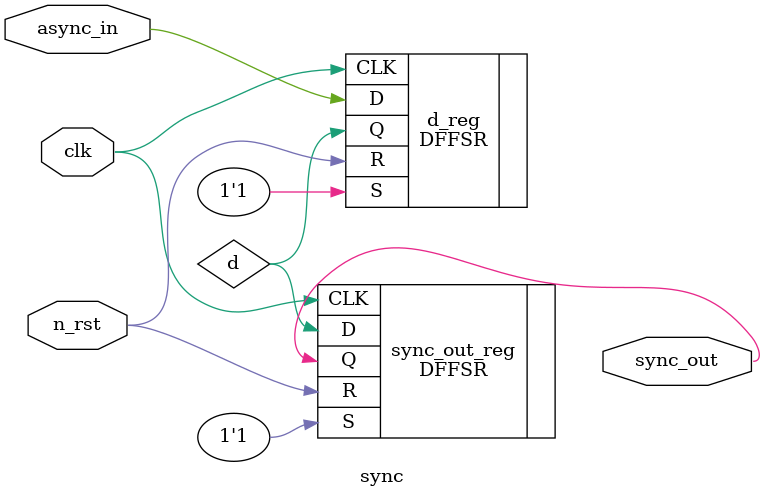
<source format=v>

module sync ( clk, n_rst, async_in, sync_out );
  input clk, n_rst, async_in;
  output sync_out;
  wire   d;

  DFFSR d_reg ( .D(async_in), .CLK(clk), .R(n_rst), .S(1'b1), .Q(d) );
  DFFSR sync_out_reg ( .D(d), .CLK(clk), .R(n_rst), .S(1'b1), .Q(sync_out) );
endmodule


</source>
